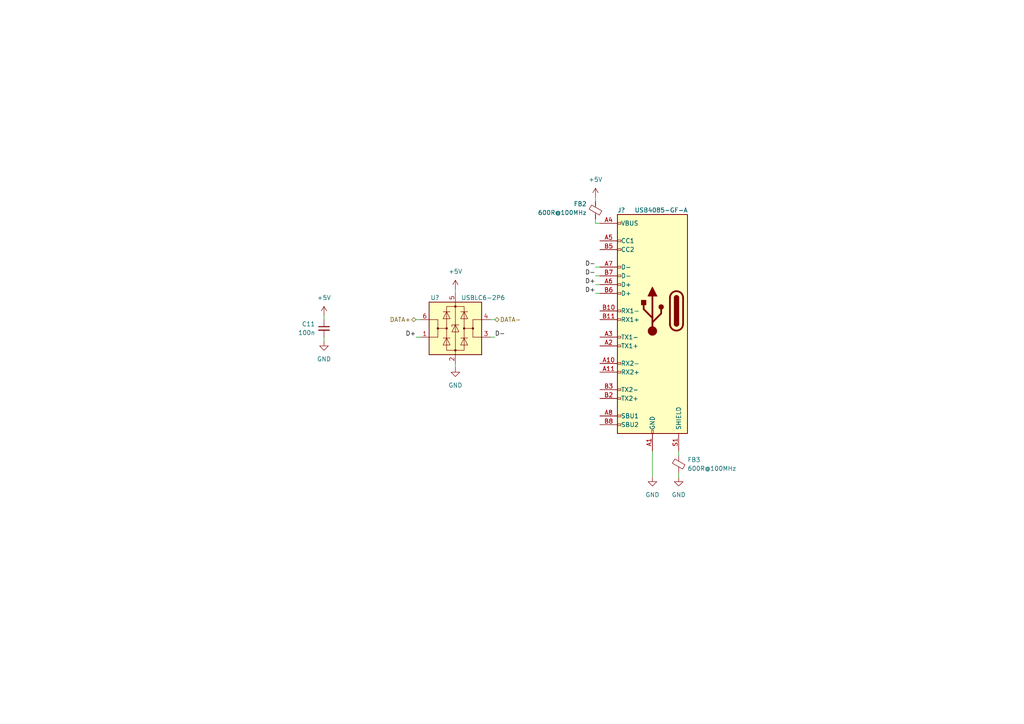
<source format=kicad_sch>
(kicad_sch (version 20230121) (generator eeschema)
  (paper "A4")
  (title_block (rev "${REVISION}") (company "Author: I.Kajdan") (comment 1 "Promoter: A.Bondyra, Ph.D."))
  (lib_symbols
    (symbol "Connector:USB_C_Receptacle" (pin_names (offset 1.016))
      (property "Reference" "J" (at -10.16 29.21 0))
      (property "Value" "USB_C_Receptacle" (at 10.16 29.21 0))
      (symbol "USB_C_Receptacle_0_0"
        (rectangle (start -0.254 -35.56) (end 0.254 -34.544))
        (rectangle (start 10.16 -32.766) (end 9.144 -33.274))
        (rectangle (start 10.16 -30.226) (end 9.144 -30.734))
        (rectangle (start 10.16 -25.146) (end 9.144 -25.654))
        (rectangle (start 10.16 -22.606) (end 9.144 -23.114))
        (rectangle (start 10.16 -17.526) (end 9.144 -18.034))
        (rectangle (start 10.16 -14.986) (end 9.144 -15.494))
        (rectangle (start 10.16 -9.906) (end 9.144 -10.414))
        (rectangle (start 10.16 -7.366) (end 9.144 -7.874))
        (rectangle (start 10.16 -2.286) (end 9.144 -2.794))
        (rectangle (start 10.16 0.254) (end 9.144 -0.254))
        (rectangle (start 10.16 5.334) (end 9.144 4.826))
        (rectangle (start 10.16 7.874) (end 9.144 7.366))
        (rectangle (start 10.16 10.414) (end 9.144 9.906))
        (rectangle (start 10.16 12.954) (end 9.144 12.446))
        (rectangle (start 10.16 18.034) (end 9.144 17.526))
        (rectangle (start 10.16 20.574) (end 9.144 20.066))
        (rectangle (start 10.16 25.654) (end 9.144 25.146))
      )
      (symbol "USB_C_Receptacle_0_1"
        (rectangle (start -10.16 27.94) (end 10.16 -35.56) (stroke (width 0.254)) (fill (type background)))
        (arc (start -8.89 -3.81) (mid -6.985 -5.7067) (end -5.08 -3.81) (stroke (width 0.508)))
        (arc (start -7.62 -3.81) (mid -6.985 -4.4423) (end -6.35 -3.81) (stroke (width 0.254)))
        (arc (start -7.62 -3.81) (mid -6.985 -4.4423) (end -6.35 -3.81) (stroke (width 0.254)) (fill (type outline)))
        (rectangle (start -7.62 -3.81) (end -6.35 3.81) (stroke (width 0.254)) (fill (type outline)))
        (arc (start -6.35 3.81) (mid -6.985 4.4423) (end -7.62 3.81) (stroke (width 0.254)))
        (arc (start -6.35 3.81) (mid -6.985 4.4423) (end -7.62 3.81) (stroke (width 0.254)) (fill (type outline)))
        (arc (start -5.08 3.81) (mid -6.985 5.7067) (end -8.89 3.81) (stroke (width 0.508)))
        (polyline (pts (xy -8.89 -3.81) (xy -8.89 3.81)) (stroke (width 0.508)))
        (polyline (pts (xy -5.08 3.81) (xy -5.08 -3.81)) (stroke (width 0.508)))
      )
      (symbol "USB_C_Receptacle_1_1"
        (circle (center -2.54 1.143) (radius 0.635) (stroke (width 0.254)) (fill (type outline)))
        (circle (center 0 -5.842) (radius 1.27) (fill (type outline)))
        (polyline (pts (xy 0 -5.842) (xy 0 4.318)) (stroke (width 0.508)))
        (polyline (pts (xy 0 -3.302) (xy -2.54 -0.762) (xy -2.54 0.508)) (stroke (width 0.508)))
        (polyline (pts (xy 0 -2.032) (xy 2.54 0.508) (xy 2.54 1.778)) (stroke (width 0.508)))
        (polyline (pts (xy -1.27 4.318) (xy 0 6.858) (xy 1.27 4.318) (xy -1.27 4.318)) (stroke (width 0.254)) (fill (type outline)))
        (rectangle (start 1.905 1.778) (end 3.175 3.048) (stroke (width 0.254)) (fill (type outline)))
        (pin passive line (at 0 -40.64 90) (length 5.08) (name "GND") (number "A1"))
        (pin bidirectional line (at 15.24 -15.24 180) (length 5.08) (name "RX2-") (number "A10"))
        (pin bidirectional line (at 15.24 -17.78 180) (length 5.08) (name "RX2+") (number "A11"))
        (pin passive line (at 0 -40.64 90) (length 5.08) hide (name "GND") (number "A12"))
        (pin bidirectional line (at 15.24 -10.16 180) (length 5.08) (name "TX1+") (number "A2"))
        (pin bidirectional line (at 15.24 -7.62 180) (length 5.08) (name "TX1-") (number "A3"))
        (pin passive line (at 15.24 25.4 180) (length 5.08) (name "VBUS") (number "A4"))
        (pin bidirectional line (at 15.24 20.32 180) (length 5.08) (name "CC1") (number "A5"))
        (pin bidirectional line (at 15.24 7.62 180) (length 5.08) (name "D+") (number "A6"))
        (pin bidirectional line (at 15.24 12.7 180) (length 5.08) (name "D-") (number "A7"))
        (pin bidirectional line (at 15.24 -30.48 180) (length 5.08) (name "SBU1") (number "A8"))
        (pin passive line (at 15.24 25.4 180) (length 5.08) hide (name "VBUS") (number "A9"))
        (pin passive line (at 0 -40.64 90) (length 5.08) hide (name "GND") (number "B1"))
        (pin bidirectional line (at 15.24 0 180) (length 5.08) (name "RX1-") (number "B10"))
        (pin bidirectional line (at 15.24 -2.54 180) (length 5.08) (name "RX1+") (number "B11"))
        (pin passive line (at 0 -40.64 90) (length 5.08) hide (name "GND") (number "B12"))
        (pin bidirectional line (at 15.24 -25.4 180) (length 5.08) (name "TX2+") (number "B2"))
        (pin bidirectional line (at 15.24 -22.86 180) (length 5.08) (name "TX2-") (number "B3"))
        (pin passive line (at 15.24 25.4 180) (length 5.08) hide (name "VBUS") (number "B4"))
        (pin bidirectional line (at 15.24 17.78 180) (length 5.08) (name "CC2") (number "B5"))
        (pin bidirectional line (at 15.24 5.08 180) (length 5.08) (name "D+") (number "B6"))
        (pin bidirectional line (at 15.24 10.16 180) (length 5.08) (name "D-") (number "B7"))
        (pin bidirectional line (at 15.24 -33.02 180) (length 5.08) (name "SBU2") (number "B8"))
        (pin passive line (at 15.24 25.4 180) (length 5.08) hide (name "VBUS") (number "B9"))
        (pin passive line (at -7.62 -40.64 90) (length 5.08) (name "SHIELD") (number "S1"))
      )
    )
    (symbol "Device:C_Small" (pin_numbers hide) (pin_names (offset 0.254) hide)
      (property "Reference" "C" (at 0.254 1.778 0))
      (property "Value" "C_Small" (at 0.254 -2.032 0))
      (symbol "C_Small_0_1"
        (polyline (pts (xy -1.524 -0.508) (xy 1.524 -0.508)) (stroke (width 0.3302)))
        (polyline (pts (xy -1.524 0.508) (xy 1.524 0.508)) (stroke (width 0.3048)))
      )
      (symbol "C_Small_1_1"
        (pin passive line (at 0 2.54 270) (length 2.032) (name "~") (number "1"))
        (pin passive line (at 0 -2.54 90) (length 2.032) (name "~") (number "2"))
      )
    )
    (symbol "Device:FerriteBead_Small" (pin_numbers hide) (pin_names (offset 0))
      (property "Reference" "FB" (at 1.905 1.27 0))
      (property "Value" "FerriteBead_Small" (at 1.905 -1.27 0))
      (symbol "FerriteBead_Small_0_1"
        (polyline (pts (xy 0 -1.27) (xy 0 -0.7874)))
        (polyline (pts (xy 0 0.889) (xy 0 1.2954)))
        (polyline (pts (xy -1.8288 0.2794) (xy -1.1176 1.4986) (xy 1.8288 -0.2032) (xy 1.1176 -1.4224) (xy -1.8288 0.2794)))
      )
      (symbol "FerriteBead_Small_1_1"
        (pin passive line (at 0 2.54 270) (length 1.27) (name "~") (number "1"))
        (pin passive line (at 0 -2.54 90) (length 1.27) (name "~") (number "2"))
      )
    )
    (symbol "Power_Protection:USBLC6-2P6" (pin_names hide)
      (property "Reference" "U" (at 2.54 8.89 0))
      (property "Value" "USBLC6-2P6" (at 2.54 -8.89 0))
      (symbol "USBLC6-2P6_0_1"
        (rectangle (start -7.62 -7.62) (end 7.62 7.62) (stroke (width 0.254)) (fill (type background)))
        (circle (center -5.08 0) (radius 0.254) (fill (type outline)))
        (circle (center -2.54 0) (radius 0.254) (fill (type outline)))
        (rectangle (start -2.54 6.35) (end 2.54 -6.35))
        (circle (center 0 -6.35) (radius 0.254) (fill (type outline)))
        (polyline (pts (xy -5.08 -2.54) (xy -7.62 -2.54)))
        (polyline (pts (xy -5.08 0) (xy -5.08 -2.54)))
        (polyline (pts (xy -5.08 2.54) (xy -7.62 2.54)))
        (polyline (pts (xy -1.524 -2.794) (xy -3.556 -2.794)))
        (polyline (pts (xy -1.524 4.826) (xy -3.556 4.826)))
        (polyline (pts (xy 0 -7.62) (xy 0 -6.35)))
        (polyline (pts (xy 0 -6.35) (xy 0 1.27)))
        (polyline (pts (xy 0 1.27) (xy 0 6.35)))
        (polyline (pts (xy 0 6.35) (xy 0 7.62)))
        (polyline (pts (xy 1.524 -2.794) (xy 3.556 -2.794)))
        (polyline (pts (xy 1.524 4.826) (xy 3.556 4.826)))
        (polyline (pts (xy 5.08 -2.54) (xy 7.62 -2.54)))
        (polyline (pts (xy 5.08 0) (xy 5.08 -2.54)))
        (polyline (pts (xy 5.08 2.54) (xy 7.62 2.54)))
        (polyline (pts (xy -2.54 0) (xy -5.08 0) (xy -5.08 2.54)))
        (polyline (pts (xy 2.54 0) (xy 5.08 0) (xy 5.08 2.54)))
        (polyline (pts (xy -3.556 -4.826) (xy -1.524 -4.826) (xy -2.54 -2.794) (xy -3.556 -4.826)))
        (polyline (pts (xy -3.556 2.794) (xy -1.524 2.794) (xy -2.54 4.826) (xy -3.556 2.794)))
        (polyline (pts (xy -1.016 -1.016) (xy 1.016 -1.016) (xy 0 1.016) (xy -1.016 -1.016)))
        (polyline (pts (xy 1.016 1.016) (xy 0.762 1.016) (xy -1.016 1.016) (xy -1.016 0.508)))
        (polyline (pts (xy 3.556 -4.826) (xy 1.524 -4.826) (xy 2.54 -2.794) (xy 3.556 -4.826)))
        (polyline (pts (xy 3.556 2.794) (xy 1.524 2.794) (xy 2.54 4.826) (xy 3.556 2.794)))
        (circle (center 0 6.35) (radius 0.254) (fill (type outline)))
        (circle (center 2.54 0) (radius 0.254) (fill (type outline)))
        (circle (center 5.08 0) (radius 0.254) (fill (type outline)))
      )
      (symbol "USBLC6-2P6_1_1"
        (pin passive line (at -10.16 -2.54 0) (length 2.54) (name "I/O1") (number "1"))
        (pin passive line (at 0 -10.16 90) (length 2.54) (name "GND") (number "2"))
        (pin passive line (at 10.16 -2.54 180) (length 2.54) (name "I/O2") (number "3"))
        (pin passive line (at 10.16 2.54 180) (length 2.54) (name "I/O2") (number "4"))
        (pin passive line (at 0 10.16 270) (length 2.54) (name "VBUS") (number "5"))
        (pin passive line (at -10.16 2.54 0) (length 2.54) (name "I/O1") (number "6"))
      )
    )
    (symbol "power:+5V" (power) (pin_names (offset 0))
      (property "Value" "+5V" (at 0 3.556 0))
      (symbol "+5V_0_1"
        (polyline (pts (xy -0.762 1.27) (xy 0 2.54)))
        (polyline (pts (xy 0 0) (xy 0 2.54)))
        (polyline (pts (xy 0 2.54) (xy 0.762 1.27)))
      )
      (symbol "+5V_1_1"
        (pin power_in line (at 0 0 90) (length 0) hide (name "+5V") (number "1"))
      )
    )
    (symbol "power:GND" (power) (pin_names (offset 0))
      (property "Value" "GND" (at 0 -3.81 0))
      (symbol "GND_0_1"
        (polyline (pts (xy 0 0) (xy 0 -1.27) (xy 1.27 -1.27) (xy 0 -2.54) (xy -1.27 -1.27) (xy 0 -1.27)))
      )
      (symbol "GND_1_1"
        (pin power_in line (at 0 0 270) (length 0) hide (name "GND") (number "1"))
      )
    )
  )
  (wire (pts (xy 196.85 130.81) (xy 196.85 132.08)))
  (wire (pts (xy 172.72 57.15) (xy 172.72 58.42)))
  (wire (pts (xy 189.23 130.81) (xy 189.23 138.43)))
  (wire (pts (xy 172.72 85.09) (xy 173.99 85.09)))
  (wire (pts (xy 132.08 105.41) (xy 132.08 106.68)))
  (wire (pts (xy 173.99 64.77) (xy 172.72 64.77)))
  (wire (pts (xy 120.65 97.79) (xy 121.92 97.79)))
  (wire (pts (xy 196.85 137.16) (xy 196.85 138.43)))
  (wire (pts (xy 172.72 77.47) (xy 173.99 77.47)))
  (wire (pts (xy 143.51 97.79) (xy 142.24 97.79)))
  (wire (pts (xy 143.51 92.71) (xy 142.24 92.71)))
  (wire (pts (xy 172.72 82.55) (xy 173.99 82.55)))
  (wire (pts (xy 93.98 97.79) (xy 93.98 99.06)))
  (wire (pts (xy 120.65 92.71) (xy 121.92 92.71)))
  (wire (pts (xy 172.72 64.77) (xy 172.72 63.5)))
  (wire (pts (xy 93.98 91.44) (xy 93.98 92.71)))
  (wire (pts (xy 132.08 83.82) (xy 132.08 85.09)))
  (wire (pts (xy 172.72 80.01) (xy 173.99 80.01)))
  (label "D-" (at 172.72 77.47 180))
  (label "D+" (at 120.65 97.79 180))
  (label "D-" (at 143.51 97.79 0))
  (label "D+" (at 172.72 82.55 180))
  (label "D-" (at 172.72 80.01 180))
  (label "D+" (at 172.72 85.09 180))
  (hierarchical_label "DATA+" (shape bidirectional) (at 120.65 92.71 180))
  (hierarchical_label "DATA-" (shape bidirectional) (at 143.51 92.71 0))
  (symbol (lib_id "power:GND") (at 196.85 138.43 0) (mirror y) (unit 1)
    (property "Reference" "#PWR?" (effects hide))
    (property "Value" "GND" (at 196.85 143.51 0))
    (instances (project "control_board" (path "" (reference "#PWR?") (unit 1)) (path "" (reference "#PWR036") (unit 1)) (path "" (reference "#PWR024") (unit 1))))
  )
  (symbol (lib_id "power:+5V") (at 172.72 57.15 0) (mirror y) (unit 1)
    (property "Reference" "#PWR?" (effects hide))
    (property "Value" "+5V" (at 172.72 52.07 0))
    (instances (project "control_board" (path "" (reference "#PWR?") (unit 1)) (path "" (reference "#PWR034") (unit 1)) (path "" (reference "#PWR022") (unit 1))))
  )
  (symbol (lib_id "Power_Protection:USBLC6-2P6") (at 132.08 95.25 0) (unit 1)
    (property "Reference" "U?" (at 124.8411 86.36 0) (effects (justify left)))
    (property "Value" "USBLC6-2P6" (at 133.7311 86.36 0) (effects (justify left)))
    (property "Footprint" "Package_TO_SOT_SMD:SOT-666" (effects hide))
    (property "Datasheet" "https://www.st.com/resource/en/datasheet/usblc6-2.pdf" (effects hide))
    (instances (project "control_board" (path "" (reference "U?") (unit 1)) (path "" (reference "U2") (unit 1)) (path "" (reference "U4") (unit 1))))
  )
  (symbol (lib_id "power:GND") (at 93.98 99.06 0) (unit 1)
    (property "Reference" "#PWR?" (effects hide))
    (property "Value" "GND" (at 93.98 104.14 0))
    (instances (project "control_board" (path "" (reference "#PWR?") (unit 1)) (path "" (reference "#PWR031") (unit 1)) (path "" (reference "#PWR018") (unit 1))))
  )
  (symbol (lib_id "Device:C_Small") (at 93.98 95.25 0) (mirror y) (unit 1)
    (property "Reference" "C11" (at 91.44 93.98 0) (effects (justify left)))
    (property "Value" "100n" (at 91.44 96.52 0) (effects (justify left)))
    (property "Footprint" "Capacitor_SMD:C_0603_1608Metric" (effects hide))
    (instances (project "control_board" (path "" (reference "C11") (unit 1)) (path "" (reference "C2") (unit 1))))
  )
  (symbol (lib_id "power:+5V") (at 132.08 83.82 0) (unit 1)
    (property "Reference" "#PWR?" (effects hide))
    (property "Value" "+5V" (at 132.08 78.74 0))
    (instances (project "control_board" (path "" (reference "#PWR?") (unit 1)) (path "" (reference "#PWR032") (unit 1)) (path "" (reference "#PWR019") (unit 1))))
  )
  (symbol (lib_id "power:+5V") (at 93.98 91.44 0) (unit 1)
    (property "Reference" "#PWR?" (effects hide))
    (property "Value" "+5V" (at 93.98 86.36 0))
    (instances (project "control_board" (path "" (reference "#PWR?") (unit 1)) (path "" (reference "#PWR030") (unit 1)) (path "" (reference "#PWR016") (unit 1))))
  )
  (symbol (lib_id "Device:FerriteBead_Small") (at 172.72 60.96 0) (unit 1)
    (property "Reference" "FB2" (at 170.18 58.42 0) (effects (justify right top)))
    (property "Value" "600R@100MHz" (at 170.18 60.96 0) (effects (justify right top)))
    (property "Footprint" "Inductor_SMD:L_0603_1608Metric" (effects hide))
    (instances (project "control_board" (path "" (reference "FB2") (unit 1)) (path "" (reference "FB4") (unit 1))))
  )
  (symbol (lib_id "power:GND") (at 189.23 138.43 0) (mirror y) (unit 1)
    (property "Reference" "#PWR?" (effects hide))
    (property "Value" "GND" (at 189.23 143.51 0))
    (instances (project "control_board" (path "" (reference "#PWR?") (unit 1)) (path "" (reference "#PWR035") (unit 1)) (path "" (reference "#PWR023") (unit 1))))
  )
  (symbol (lib_id "power:GND") (at 132.08 106.68 0) (unit 1)
    (property "Reference" "#PWR?" (effects hide))
    (property "Value" "GND" (at 132.08 111.76 0))
    (instances (project "control_board" (path "" (reference "#PWR?") (unit 1)) (path "" (reference "#PWR033") (unit 1)) (path "" (reference "#PWR021") (unit 1))))
  )
  (symbol (lib_id "Connector:USB_C_Receptacle") (at 189.23 90.17 0) (mirror y) (unit 1)
    (property "Reference" "J?" (at 179.07 60.96 0) (effects (justify right)))
    (property "Value" "USB4085-GF-A" (at 191.77 60.96 0))
    (property "Footprint" "Local_Library:CUI_UJ31-CH-31-SMT-TR" (effects hide))
    (property "Datasheet" "https://eu.mouser.com/ProductDetail/GCT/USB4085-GF-A?qs=KUoIvG%2F9Ilba1bQOahfWjw%3D%3D" (effects hide))
    (instances (project "control_board" (path "" (reference "J?") (unit 1)) (path "" (reference "J3") (unit 1)) (path "" (reference "J7") (unit 1))))
  )
  (symbol (lib_id "Device:FerriteBead_Small") (at 196.85 134.62 0) (unit 1)
    (property "Reference" "FB3" (at 199.39 133.35 0) (effects (justify left)))
    (property "Value" "600R@100MHz" (at 199.39 135.89 0) (effects (justify left)))
    (property "Footprint" "Inductor_SMD:L_0603_1608Metric" (effects hide))
    (instances (project "control_board" (path "" (reference "FB3") (unit 1)) (path "" (reference "FB5") (unit 1))))
  )
)
</source>
